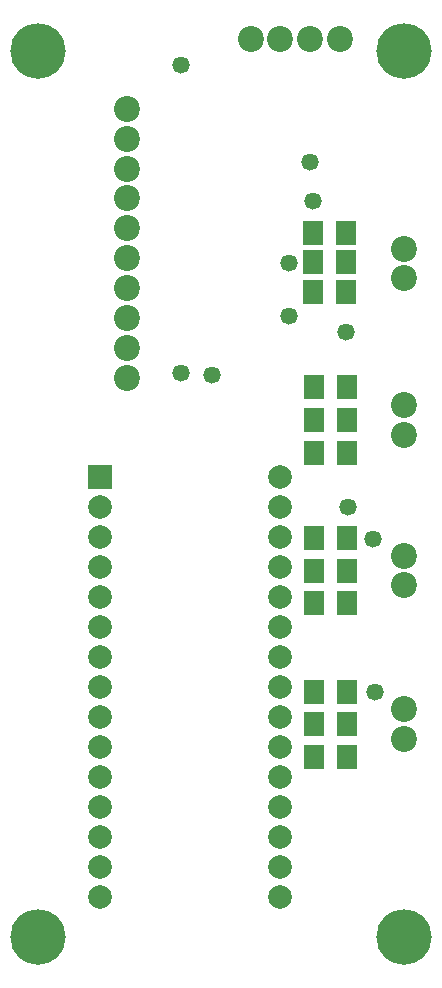
<source format=gts>
%FSTAX23Y23*%
%MOIN*%
%SFA1B1*%

%IPPOS*%
%ADD14R,0.070866X0.078740*%
%ADD15C,0.086614*%
%ADD16C,0.078740*%
%ADD17R,0.078740X0.078740*%
%ADD18C,0.057874*%
%ADD19C,0.185039*%
%LNchillerlcd-1*%
%LPD*%
G54D14*
X01128Y00698D03*
X01018D03*
X01017Y00807D03*
X01127D03*
X01017Y00915D03*
X01127D03*
Y0121D03*
X01017D03*
Y01318D03*
X01127D03*
X01017Y01427D03*
X01127D03*
Y01712D03*
X01017D03*
Y0182D03*
X01127D03*
X01016Y01929D03*
X01127D03*
X01125Y02248D03*
X01015D03*
Y02346D03*
X01125D03*
X01015Y02444D03*
X01125D03*
G54D15*
X01003Y0309D03*
X00807D03*
X00905D03*
X01102D03*
X01318Y01771D03*
Y0187D03*
Y01269D03*
Y01368D03*
Y00757D03*
Y00856D03*
Y02293D03*
Y02391D03*
X00393Y02757D03*
Y02857D03*
Y0236D03*
Y02459D03*
Y02658D03*
Y02559D03*
Y02161D03*
Y02261D03*
Y02062D03*
Y01962D03*
G54D16*
X00305Y00231D03*
Y00431D03*
Y00331D03*
Y00631D03*
Y00531D03*
Y00831D03*
Y00731D03*
Y01031D03*
Y00931D03*
Y01231D03*
Y01131D03*
Y01331D03*
Y01431D03*
Y01531D03*
X00905Y00231D03*
Y00331D03*
Y00431D03*
Y00531D03*
Y00631D03*
Y00731D03*
Y00831D03*
Y00931D03*
Y01031D03*
Y01131D03*
Y01231D03*
Y01331D03*
Y01431D03*
Y01531D03*
Y01631D03*
G54D17*
X00305Y01631D03*
G54D18*
X01003Y02681D03*
X01013Y02551D03*
X00574Y03003D03*
Y01976D03*
X00677Y01972D03*
X00934Y02167D03*
Y02344D03*
X01122Y02114D03*
X01129Y01531D03*
X01212Y01425D03*
X0122Y00915D03*
G54D19*
X01318Y00098D03*
X00098Y03051D03*
X01318D03*
X00098Y00098D03*
M02*
</source>
